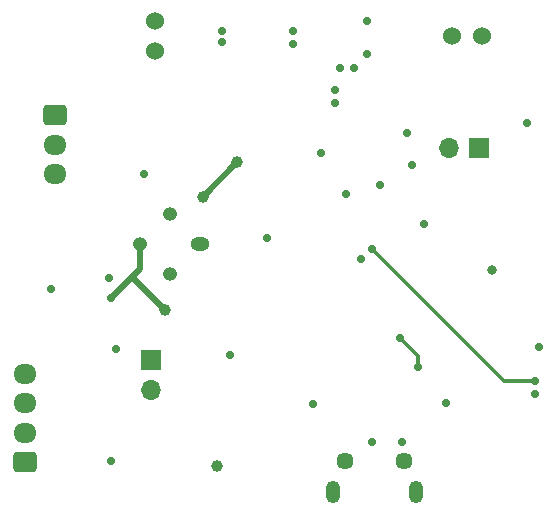
<source format=gbl>
G04 #@! TF.GenerationSoftware,KiCad,Pcbnew,7.0.8*
G04 #@! TF.CreationDate,2023-12-02T17:36:26-07:00*
G04 #@! TF.ProjectId,sdm24wheel,73646d32-3477-4686-9565-6c2e6b696361,v1*
G04 #@! TF.SameCoordinates,Original*
G04 #@! TF.FileFunction,Copper,L4,Bot*
G04 #@! TF.FilePolarity,Positive*
%FSLAX46Y46*%
G04 Gerber Fmt 4.6, Leading zero omitted, Abs format (unit mm)*
G04 Created by KiCad (PCBNEW 7.0.8) date 2023-12-02 17:36:26*
%MOMM*%
%LPD*%
G01*
G04 APERTURE LIST*
G04 Aperture macros list*
%AMRoundRect*
0 Rectangle with rounded corners*
0 $1 Rounding radius*
0 $2 $3 $4 $5 $6 $7 $8 $9 X,Y pos of 4 corners*
0 Add a 4 corners polygon primitive as box body*
4,1,4,$2,$3,$4,$5,$6,$7,$8,$9,$2,$3,0*
0 Add four circle primitives for the rounded corners*
1,1,$1+$1,$2,$3*
1,1,$1+$1,$4,$5*
1,1,$1+$1,$6,$7*
1,1,$1+$1,$8,$9*
0 Add four rect primitives between the rounded corners*
20,1,$1+$1,$2,$3,$4,$5,0*
20,1,$1+$1,$4,$5,$6,$7,0*
20,1,$1+$1,$6,$7,$8,$9,0*
20,1,$1+$1,$8,$9,$2,$3,0*%
G04 Aperture macros list end*
G04 #@! TA.AperFunction,ComponentPad*
%ADD10C,1.524000*%
G04 #@! TD*
G04 #@! TA.AperFunction,ComponentPad*
%ADD11RoundRect,0.250000X-0.725000X0.600000X-0.725000X-0.600000X0.725000X-0.600000X0.725000X0.600000X0*%
G04 #@! TD*
G04 #@! TA.AperFunction,ComponentPad*
%ADD12O,1.950000X1.700000*%
G04 #@! TD*
G04 #@! TA.AperFunction,ComponentPad*
%ADD13RoundRect,0.250000X0.725000X-0.600000X0.725000X0.600000X-0.725000X0.600000X-0.725000X-0.600000X0*%
G04 #@! TD*
G04 #@! TA.AperFunction,ComponentPad*
%ADD14O,1.200000X1.900000*%
G04 #@! TD*
G04 #@! TA.AperFunction,ComponentPad*
%ADD15C,1.450000*%
G04 #@! TD*
G04 #@! TA.AperFunction,ComponentPad*
%ADD16R,1.700000X1.700000*%
G04 #@! TD*
G04 #@! TA.AperFunction,ComponentPad*
%ADD17O,1.700000X1.700000*%
G04 #@! TD*
G04 #@! TA.AperFunction,ComponentPad*
%ADD18O,1.600000X1.200000*%
G04 #@! TD*
G04 #@! TA.AperFunction,ComponentPad*
%ADD19O,1.200000X1.200000*%
G04 #@! TD*
G04 #@! TA.AperFunction,ViaPad*
%ADD20C,1.000000*%
G04 #@! TD*
G04 #@! TA.AperFunction,ViaPad*
%ADD21C,0.700000*%
G04 #@! TD*
G04 #@! TA.AperFunction,ViaPad*
%ADD22C,0.800000*%
G04 #@! TD*
G04 #@! TA.AperFunction,Conductor*
%ADD23C,0.500000*%
G04 #@! TD*
G04 #@! TA.AperFunction,Conductor*
%ADD24C,0.300000*%
G04 #@! TD*
G04 APERTURE END LIST*
D10*
X194440000Y-75900000D03*
X191900000Y-75900000D03*
D11*
X158225000Y-82600000D03*
D12*
X158225000Y-85100000D03*
X158225000Y-87600000D03*
D13*
X155700000Y-112000000D03*
D12*
X155700000Y-109500000D03*
X155700000Y-107000000D03*
X155700000Y-104500000D03*
D10*
X166700000Y-77170000D03*
X166700000Y-74630000D03*
D14*
X181800000Y-114550000D03*
D15*
X182800000Y-111850000D03*
X187800000Y-111850000D03*
D14*
X188800000Y-114550000D03*
D16*
X194175000Y-85400000D03*
D17*
X191635000Y-85400000D03*
D16*
X166400000Y-103360000D03*
D17*
X166400000Y-105900000D03*
D18*
X170540000Y-93500000D03*
D19*
X168000000Y-96040000D03*
X165460000Y-93500000D03*
X168000000Y-90960000D03*
D20*
X170800000Y-89500000D03*
X167600000Y-99100000D03*
X173700000Y-86600000D03*
D21*
X163000000Y-98100000D03*
X187500000Y-101500000D03*
X189000000Y-103900000D03*
X199200000Y-102200000D03*
X187600000Y-110300000D03*
X178400000Y-76600000D03*
D20*
X172000000Y-112300000D03*
D21*
X173100000Y-102900000D03*
X182900000Y-89300000D03*
X182400000Y-78600000D03*
X184700000Y-74600000D03*
X163000000Y-111900000D03*
X184200000Y-94800000D03*
D22*
X195300000Y-95700000D03*
D21*
X162800000Y-96400000D03*
X165800000Y-87600000D03*
X198900000Y-106200000D03*
X189500000Y-91800000D03*
X180800000Y-85800000D03*
X180100000Y-107100000D03*
X176200000Y-93000000D03*
X157900000Y-97300000D03*
X182000000Y-80500000D03*
X188500000Y-86800000D03*
X172400000Y-75500000D03*
X163400000Y-102400000D03*
X184700000Y-77400000D03*
X198200000Y-83300000D03*
X183600000Y-78600000D03*
X191400000Y-107000000D03*
X172400000Y-76400000D03*
X185800000Y-88500000D03*
X182000000Y-81600000D03*
X188100000Y-84100000D03*
X178400000Y-75500000D03*
X185105378Y-110305378D03*
X185100000Y-93900000D03*
X198900000Y-105100000D03*
D23*
X165460000Y-95640000D02*
X164800000Y-96300000D01*
D24*
X189000000Y-103900000D02*
X189000000Y-103000000D01*
D23*
X167600000Y-99100000D02*
X164800000Y-96300000D01*
D24*
X189000000Y-103000000D02*
X187500000Y-101500000D01*
D23*
X173700000Y-86600000D02*
X170800000Y-89500000D01*
X165460000Y-93500000D02*
X165460000Y-95640000D01*
X164800000Y-96300000D02*
X163000000Y-98100000D01*
D24*
X185100000Y-93900000D02*
X196300000Y-105100000D01*
X196300000Y-105100000D02*
X198900000Y-105100000D01*
M02*

</source>
